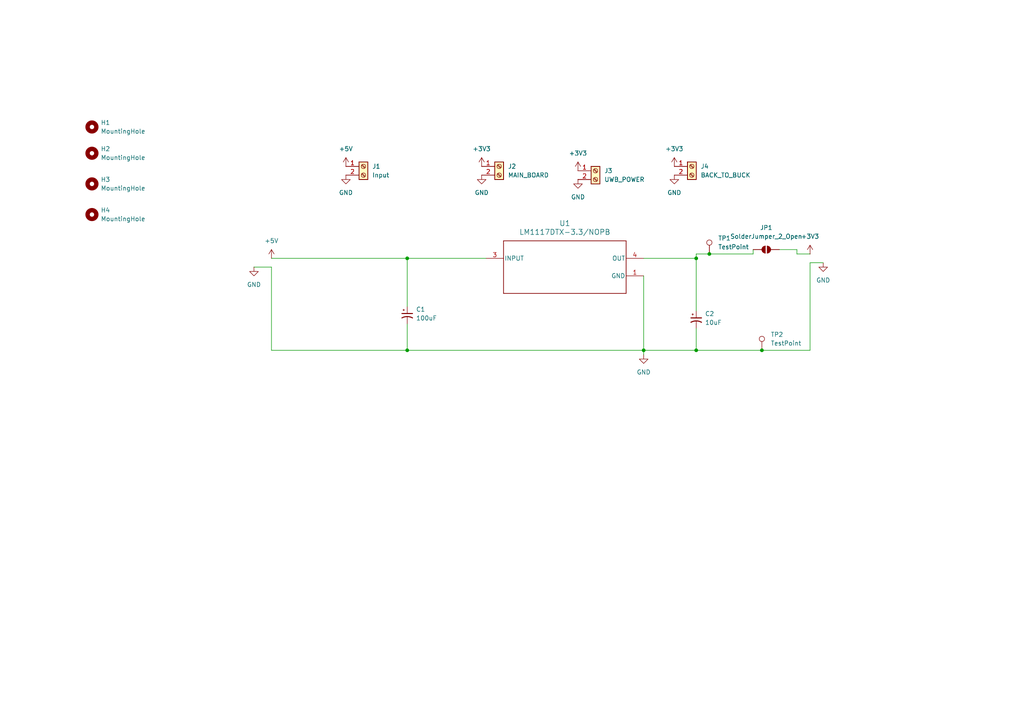
<source format=kicad_sch>
(kicad_sch (version 20231120) (generator "eeschema") (generator_version "8.0")
  (paper "A4")
  (lib_symbols
    (symbol "Connector:Screw_Terminal_01x02" (pin_names (offset 1.016) hide)
      (property "Reference" "J" (at 0 2.54 0))
      (property "Value" "Screw_Terminal_01x02" (at 0 -5.08 0))
      (symbol "Screw_Terminal_01x02_1_1"
        (rectangle (start -1.27 1.27) (end 1.27 -3.81) (stroke (width 0.254)) (fill (type background)))
        (circle (center 0 -2.54) (radius 0.635) (stroke (width 0.1524)))
        (polyline (pts (xy -0.5334 -2.2098) (xy 0.3302 -3.048)) (stroke (width 0.1524)))
        (polyline (pts (xy -0.5334 0.3302) (xy 0.3302 -0.508)) (stroke (width 0.1524)))
        (polyline (pts (xy -0.3556 -2.032) (xy 0.508 -2.8702)) (stroke (width 0.1524)))
        (polyline (pts (xy -0.3556 0.508) (xy 0.508 -0.3302)) (stroke (width 0.1524)))
        (circle (center 0 0) (radius 0.635) (stroke (width 0.1524)))
        (pin passive line (at -5.08 0 0) (length 3.81) (name "Pin_1") (number "1"))
        (pin passive line (at -5.08 -2.54 0) (length 3.81) (name "Pin_2") (number "2"))
      )
    )
    (symbol "Connector:TestPoint" (pin_numbers hide) (pin_names (offset 0.762) hide)
      (property "Reference" "TP" (at 0 6.858 0))
      (property "Value" "TestPoint" (at 0 5.08 0))
      (symbol "TestPoint_0_1"
        (circle (center 0 3.302) (radius 0.762))
      )
      (symbol "TestPoint_1_1"
        (pin passive line (at 0 0 90) (length 2.54) (name "1") (number "1"))
      )
    )
    (symbol "Device:C_Polarized_Small_US" (pin_numbers hide) (pin_names (offset 0.254) hide)
      (property "Reference" "C" (at 0.254 1.778 0))
      (property "Value" "C_Polarized_Small_US" (at 0.254 -2.032 0))
      (symbol "C_Polarized_Small_US_0_1"
        (polyline (pts (xy -1.524 0.508) (xy 1.524 0.508)) (stroke (width 0.3048)))
        (polyline (pts (xy -1.27 1.524) (xy -0.762 1.524)))
        (polyline (pts (xy -1.016 1.27) (xy -1.016 1.778)))
        (arc (start 1.524 -0.762) (mid 0 -0.3734) (end -1.524 -0.762) (stroke (width 0.3048)))
      )
      (symbol "C_Polarized_Small_US_1_1"
        (pin passive line (at 0 2.54 270) (length 2.032) (name "~") (number "1"))
        (pin passive line (at 0 -2.54 90) (length 2.032) (name "~") (number "2"))
      )
    )
    (symbol "Jumper:SolderJumper_2_Open" (pin_numbers hide) (pin_names (offset 0) hide) (exclude_from_sim yes) (in_bom no)
      (property "Reference" "JP" (at 0 2.032 0))
      (property "Value" "SolderJumper_2_Open" (at 0 -2.54 0))
      (symbol "SolderJumper_2_Open_0_1"
        (arc (start -0.254 1.016) (mid -1.2656 0) (end -0.254 -1.016))
        (arc (start -0.254 1.016) (mid -1.2656 0) (end -0.254 -1.016) (fill (type outline)))
        (polyline (pts (xy -0.254 1.016) (xy -0.254 -1.016)))
        (polyline (pts (xy 0.254 1.016) (xy 0.254 -1.016)))
        (arc (start 0.254 -1.016) (mid 1.2656 0) (end 0.254 1.016))
        (arc (start 0.254 -1.016) (mid 1.2656 0) (end 0.254 1.016) (fill (type outline)))
      )
      (symbol "SolderJumper_2_Open_1_1"
        (pin passive line (at -3.81 0 0) (length 2.54) (name "A") (number "1"))
        (pin passive line (at 3.81 0 180) (length 2.54) (name "B") (number "2"))
      )
    )
    (symbol "LM1117:LM1117DTX-3.3_NOPB" (pin_names (offset 0.254))
      (property "Reference" "U" (at 0 2.54 0))
      (property "Value" "LM1117DTX-3.3/NOPB" (at 0 0 0))
      (symbol "LM1117DTX-3.3_NOPB_0_1"
        (polyline (pts (xy -17.78 -7.62) (xy 17.78 -7.62)) (stroke (width 0.2032)))
        (polyline (pts (xy -17.78 7.62) (xy -17.78 -7.62)) (stroke (width 0.2032)))
        (polyline (pts (xy 17.78 -7.62) (xy 17.78 7.62)) (stroke (width 0.2032)))
        (polyline (pts (xy 17.78 7.62) (xy -17.78 7.62)) (stroke (width 0.2032)))
        (pin power_in line (at 22.86 -2.54 180) (length 5.08) (name "GND") (number "1"))
        (pin power_in line (at -22.86 2.54 0) (length 5.08) (name "INPUT") (number "3"))
        (pin power_in line (at 22.86 2.54 180) (length 5.08) (name "OUT") (number "4"))
      )
    )
    (symbol "Mechanical:MountingHole" (pin_names (offset 1.016)) (exclude_from_sim yes) (in_bom no)
      (property "Reference" "H" (at 0 5.08 0))
      (property "Value" "MountingHole" (at 0 3.175 0))
      (symbol "MountingHole_0_1"
        (circle (center 0 0) (radius 1.27) (stroke (width 1.27)))
      )
    )
    (symbol "power:+3V3" (power) (pin_numbers hide) (pin_names (offset 0) hide)
      (property "Value" "+3V3" (at 0 3.556 0))
      (symbol "+3V3_0_1"
        (polyline (pts (xy -0.762 1.27) (xy 0 2.54)))
        (polyline (pts (xy 0 0) (xy 0 2.54)))
        (polyline (pts (xy 0 2.54) (xy 0.762 1.27)))
      )
      (symbol "+3V3_1_1"
        (pin power_in line (at 0 0 90) (length 0) (name "~") (number "1"))
      )
    )
    (symbol "power:+5V" (power) (pin_numbers hide) (pin_names (offset 0) hide)
      (property "Value" "+5V" (at 0 3.556 0))
      (symbol "+5V_0_1"
        (polyline (pts (xy -0.762 1.27) (xy 0 2.54)))
        (polyline (pts (xy 0 0) (xy 0 2.54)))
        (polyline (pts (xy 0 2.54) (xy 0.762 1.27)))
      )
      (symbol "+5V_1_1"
        (pin power_in line (at 0 0 90) (length 0) (name "~") (number "1"))
      )
    )
    (symbol "power:GND" (power) (pin_numbers hide) (pin_names (offset 0) hide)
      (property "Value" "GND" (at 0 -3.81 0))
      (symbol "GND_0_1"
        (polyline (pts (xy 0 0) (xy 0 -1.27) (xy 1.27 -1.27) (xy 0 -2.54) (xy -1.27 -1.27) (xy 0 -1.27)))
      )
      (symbol "GND_1_1"
        (pin power_in line (at 0 0 270) (length 0) (name "~") (number "1"))
      )
    )
  )
  (junction (at 186.69 101.6))
  (junction (at 118.11 74.93))
  (junction (at 118.11 101.6))
  (junction (at 205.74 73.66))
  (junction (at 201.93 74.93))
  (junction (at 220.98 101.6))
  (junction (at 201.93 101.6))
  (wire (pts (xy 78.74 77.47) (xy 78.74 101.6)))
  (wire (pts (xy 201.93 73.66) (xy 201.93 74.93)))
  (wire (pts (xy 186.69 74.93) (xy 201.93 74.93)))
  (wire (pts (xy 234.95 76.2) (xy 234.95 101.6)))
  (wire (pts (xy 186.69 101.6) (xy 186.69 102.87)))
  (wire (pts (xy 140.97 74.93) (xy 118.11 74.93)))
  (wire (pts (xy 226.06 72.39) (xy 231.14 72.39)))
  (wire (pts (xy 220.98 101.6) (xy 201.93 101.6)))
  (wire (pts (xy 201.93 95.25) (xy 201.93 101.6)))
  (wire (pts (xy 118.11 101.6) (xy 186.69 101.6)))
  (wire (pts (xy 234.95 76.2) (xy 238.76 76.2)))
  (wire (pts (xy 118.11 74.93) (xy 118.11 88.9)))
  (wire (pts (xy 201.93 74.93) (xy 201.93 90.17)))
  (wire (pts (xy 78.74 101.6) (xy 118.11 101.6)))
  (wire (pts (xy 234.95 101.6) (xy 220.98 101.6)))
  (wire (pts (xy 201.93 101.6) (xy 186.69 101.6)))
  (wire (pts (xy 118.11 93.98) (xy 118.11 101.6)))
  (wire (pts (xy 201.93 73.66) (xy 205.74 73.66)))
  (wire (pts (xy 78.74 74.93) (xy 118.11 74.93)))
  (wire (pts (xy 231.14 72.39) (xy 231.14 73.66)))
  (wire (pts (xy 231.14 73.66) (xy 234.95 73.66)))
  (wire (pts (xy 186.69 80.01) (xy 186.69 101.6)))
  (wire (pts (xy 73.66 77.47) (xy 78.74 77.47)))
  (wire (pts (xy 218.44 73.66) (xy 218.44 72.39)))
  (wire (pts (xy 205.74 73.66) (xy 218.44 73.66)))
  (symbol (lib_id "Connector:Screw_Terminal_01x02") (at 144.78 48.26 0) (unit 1)
    (property "Reference" "J2" (at 147.32 48.2599 0) (effects (justify left)))
    (property "Value" "MAIN_BOARD" (at 147.32 50.7999 0) (effects (justify left)))
    (property "Footprint" "TerminalBlock_Phoenix:TerminalBlock_Phoenix_MKDS-1,5-2-5.08_1x02_P5.08mm_Horizontal" (effects (hide yes)))
    (property "Description" "Generic screw terminal, single row, 01x02, script generated (kicad-library-utils/schlib/autogen/connector/)" (effects (hide yes)))
  )
  (symbol (lib_id "power:GND") (at 186.69 102.87 0) (unit 1)
    (property "Reference" "#PWR03" (effects (hide yes)))
    (property "Value" "GND" (at 186.69 107.95 0))
    (property "Description" "Power symbol creates a global label with name \"GND\" , ground" (effects (hide yes)))
  )
  (symbol (lib_id "power:+5V") (at 78.74 74.93 0) (unit 1)
    (property "Reference" "#PWR02" (effects (hide yes)))
    (property "Value" "+5V" (at 78.74 69.85 0))
    (property "Description" "Power symbol creates a global label with name \"+5V\"" (effects (hide yes)))
  )
  (symbol (lib_id "power:GND") (at 167.64 52.07 0) (unit 1)
    (property "Reference" "#PWR011" (effects (hide yes)))
    (property "Value" "GND" (at 167.64 57.15 0))
    (property "Description" "Power symbol creates a global label with name \"GND\" , ground" (effects (hide yes)))
  )
  (symbol (lib_id "Device:C_Polarized_Small_US") (at 118.11 91.44 0) (unit 1)
    (property "Reference" "C1" (at 120.65 89.7381 0) (effects (justify left)))
    (property "Value" "100uF" (at 120.65 92.2781 0) (effects (justify left)))
    (property "Footprint" "Capacitor_SMD:C_0805_2012Metric_Pad1.18x1.45mm_HandSolder" (effects (hide yes)))
    (property "Description" "Polarized capacitor, small US symbol" (effects (hide yes)))
  )
  (symbol (lib_id "power:+3V3") (at 195.58 48.26 0) (unit 1)
    (property "Reference" "#PWR012" (effects (hide yes)))
    (property "Value" "+3V3" (at 195.58 43.18 0))
    (property "Description" "Power symbol creates a global label with name \"+3V3\"" (effects (hide yes)))
  )
  (symbol (lib_id "power:GND") (at 139.7 50.8 0) (unit 1)
    (property "Reference" "#PWR07" (effects (hide yes)))
    (property "Value" "GND" (at 139.7 55.88 0))
    (property "Description" "Power symbol creates a global label with name \"GND\" , ground" (effects (hide yes)))
  )
  (symbol (lib_id "Jumper:SolderJumper_2_Open") (at 222.25 72.39 0) (unit 1) (exclude_from_sim yes) (in_bom no)
    (property "Reference" "JP1" (at 222.25 66.04 0))
    (property "Value" "SolderJumper_2_Open" (at 222.25 68.58 0))
    (property "Footprint" "Jumper:SolderJumper-2_P1.3mm_Open_RoundedPad1.0x1.5mm" (effects (hide yes)))
    (property "Description" "Solder Jumper, 2-pole, open" (effects (hide yes)))
  )
  (symbol (lib_id "power:GND") (at 238.76 76.2 0) (unit 1)
    (property "Reference" "#PWR05" (effects (hide yes)))
    (property "Value" "GND" (at 238.76 81.28 0))
    (property "Description" "Power symbol creates a global label with name \"GND\" , ground" (effects (hide yes)))
  )
  (symbol (lib_id "Mechanical:MountingHole") (at 26.67 44.45 0) (unit 1) (exclude_from_sim yes) (in_bom no)
    (property "Reference" "H2" (at 29.21 43.1799 0) (effects (justify left)))
    (property "Value" "MountingHole" (at 29.21 45.7199 0) (effects (justify left)))
    (property "Footprint" "MountingHole:MountingHole_3.2mm_M3" (effects (hide yes)))
    (property "Description" "Mounting Hole without connection" (effects (hide yes)))
  )
  (symbol (lib_id "power:+3V3") (at 139.7 48.26 0) (unit 1)
    (property "Reference" "#PWR09" (effects (hide yes)))
    (property "Value" "+3V3" (at 139.7 43.18 0))
    (property "Description" "Power symbol creates a global label with name \"+3V3\"" (effects (hide yes)))
  )
  (symbol (lib_id "Mechanical:MountingHole") (at 26.67 36.83 0) (unit 1) (exclude_from_sim yes) (in_bom no)
    (property "Reference" "H1" (at 29.21 35.5599 0) (effects (justify left)))
    (property "Value" "MountingHole" (at 29.21 38.0999 0) (effects (justify left)))
    (property "Footprint" "MountingHole:MountingHole_3.2mm_M3" (effects (hide yes)))
    (property "Description" "Mounting Hole without connection" (effects (hide yes)))
  )
  (symbol (lib_id "Mechanical:MountingHole") (at 26.67 62.23 0) (unit 1) (exclude_from_sim yes) (in_bom no)
    (property "Reference" "H4" (at 29.21 60.9599 0) (effects (justify left)))
    (property "Value" "MountingHole" (at 29.21 63.4999 0) (effects (justify left)))
    (property "Footprint" "MountingHole:MountingHole_3.2mm_M3" (effects (hide yes)))
    (property "Description" "Mounting Hole without connection" (effects (hide yes)))
  )
  (symbol (lib_id "Connector:Screw_Terminal_01x02") (at 172.72 49.53 0) (unit 1)
    (property "Reference" "J3" (at 175.26 49.5299 0) (effects (justify left)))
    (property "Value" "UWB_POWER" (at 175.26 52.0699 0) (effects (justify left)))
    (property "Footprint" "TerminalBlock_Phoenix:TerminalBlock_Phoenix_MKDS-1,5-2-5.08_1x02_P5.08mm_Horizontal" (effects (hide yes)))
    (property "Description" "Generic screw terminal, single row, 01x02, script generated (kicad-library-utils/schlib/autogen/connector/)" (effects (hide yes)))
  )
  (symbol (lib_id "LM1117:LM1117DTX-3.3_NOPB") (at 163.83 77.47 0) (unit 1)
    (property "Reference" "U1" (at 163.83 64.77 0) (effects (font (size 1.524 1.524))))
    (property "Value" "LM1117DTX-3.3/NOPB" (at 163.83 67.31 0) (effects (font (size 1.524 1.524))))
    (property "Footprint" "LM1117:NDP0003B" (effects (hide yes)))
    (property "Datasheet" "LM1117DTX-3.3/NOPB" (effects (hide yes)))
  )
  (symbol (lib_id "power:GND") (at 195.58 50.8 0) (unit 1)
    (property "Reference" "#PWR013" (effects (hide yes)))
    (property "Value" "GND" (at 195.58 55.88 0))
    (property "Description" "Power symbol creates a global label with name \"GND\" , ground" (effects (hide yes)))
  )
  (symbol (lib_id "Connector:Screw_Terminal_01x02") (at 200.66 48.26 0) (unit 1)
    (property "Reference" "J4" (at 203.2 48.2599 0) (effects (justify left)))
    (property "Value" "BACK_TO_BUCK" (at 203.2 50.7999 0) (effects (justify left)))
    (property "Footprint" "TerminalBlock_Phoenix:TerminalBlock_Phoenix_MKDS-1,5-2-5.08_1x02_P5.08mm_Horizontal" (effects (hide yes)))
    (property "Description" "Generic screw terminal, single row, 01x02, script generated (kicad-library-utils/schlib/autogen/connector/)" (effects (hide yes)))
  )
  (symbol (lib_id "power:GND") (at 100.33 50.8 0) (unit 1)
    (property "Reference" "#PWR06" (effects (hide yes)))
    (property "Value" "GND" (at 100.33 55.88 0))
    (property "Description" "Power symbol creates a global label with name \"GND\" , ground" (effects (hide yes)))
  )
  (symbol (lib_id "power:+3V3") (at 167.64 49.53 0) (unit 1)
    (property "Reference" "#PWR010" (effects (hide yes)))
    (property "Value" "+3V3" (at 167.64 44.45 0))
    (property "Description" "Power symbol creates a global label with name \"+3V3\"" (effects (hide yes)))
  )
  (symbol (lib_id "Connector:TestPoint") (at 205.74 73.66 0) (unit 1)
    (property "Reference" "TP1" (at 208.28 69.0879 0) (effects (justify left)))
    (property "Value" "TestPoint" (at 208.28 71.6279 0) (effects (justify left)))
    (property "Footprint" "TestPoint:TestPoint_Pad_2.5x2.5mm" (effects (hide yes)))
    (property "Description" "test point" (effects (hide yes)))
  )
  (symbol (lib_id "power:+3V3") (at 234.95 73.66 0) (unit 1)
    (property "Reference" "#PWR04" (effects (hide yes)))
    (property "Value" "+3V3" (at 234.95 68.58 0))
    (property "Description" "Power symbol creates a global label with name \"+3V3\"" (effects (hide yes)))
  )
  (symbol (lib_id "Connector:Screw_Terminal_01x02") (at 105.41 48.26 0) (unit 1)
    (property "Reference" "J1" (at 107.95 48.2599 0) (effects (justify left)))
    (property "Value" "Input" (at 107.95 50.7999 0) (effects (justify left)))
    (property "Footprint" "TerminalBlock_Phoenix:TerminalBlock_Phoenix_MKDS-1,5-2-5.08_1x02_P5.08mm_Horizontal" (effects (hide yes)))
    (property "Description" "Generic screw terminal, single row, 01x02, script generated (kicad-library-utils/schlib/autogen/connector/)" (effects (hide yes)))
  )
  (symbol (lib_id "power:+5V") (at 100.33 48.26 0) (unit 1)
    (property "Reference" "#PWR08" (effects (hide yes)))
    (property "Value" "+5V" (at 100.33 43.18 0))
    (property "Description" "Power symbol creates a global label with name \"+5V\"" (effects (hide yes)))
  )
  (symbol (lib_id "Device:C_Polarized_Small_US") (at 201.93 92.71 0) (unit 1)
    (property "Reference" "C2" (at 204.47 91.0081 0) (effects (justify left)))
    (property "Value" "10uF" (at 204.47 93.5481 0) (effects (justify left)))
    (property "Footprint" "Capacitor_SMD:C_0805_2012Metric_Pad1.18x1.45mm_HandSolder" (effects (hide yes)))
    (property "Description" "Polarized capacitor, small US symbol" (effects (hide yes)))
  )
  (symbol (lib_id "power:GND") (at 73.66 77.47 0) (unit 1)
    (property "Reference" "#PWR01" (effects (hide yes)))
    (property "Value" "GND" (at 73.66 82.55 0))
    (property "Description" "Power symbol creates a global label with name \"GND\" , ground" (effects (hide yes)))
  )
  (symbol (lib_id "Mechanical:MountingHole") (at 26.67 53.34 0) (unit 1) (exclude_from_sim yes) (in_bom no)
    (property "Reference" "H3" (at 29.21 52.0699 0) (effects (justify left)))
    (property "Value" "MountingHole" (at 29.21 54.6099 0) (effects (justify left)))
    (property "Footprint" "MountingHole:MountingHole_3.2mm_M3" (effects (hide yes)))
    (property "Description" "Mounting Hole without connection" (effects (hide yes)))
  )
  (symbol (lib_id "Connector:TestPoint") (at 220.98 101.6 0) (unit 1)
    (property "Reference" "TP2" (at 223.52 97.0279 0) (effects (justify left)))
    (property "Value" "TestPoint" (at 223.52 99.5679 0) (effects (justify left)))
    (property "Footprint" "TestPoint:TestPoint_Pad_2.5x2.5mm" (effects (hide yes)))
    (property "Description" "test point" (effects (hide yes)))
  )
)
</source>
